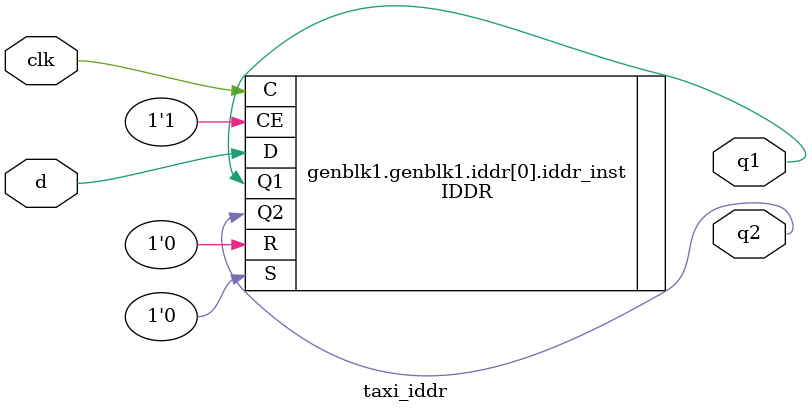
<source format=sv>
/*

Copyright (c) 2016-2025 FPGA Ninja, LLC

Authors:
- Alex Forencich

*/

`resetall
`timescale 1ns / 1ps
`default_nettype none

/*
 * Generic IDDR module
 */
module taxi_iddr #
(
    // simulation (set to avoid vendor primitives)
    parameter logic SIM = 1'b0,
    // vendor ("GENERIC", "XILINX", "ALTERA")
    parameter VENDOR = "XILINX",
    // device family
    parameter FAMILY = "virtex7",
    // Width of register in bits
    parameter WIDTH = 1
)
(
    input  wire logic              clk,

    input  wire logic [WIDTH-1:0]  d,

    output wire logic [WIDTH-1:0]  q1,
    output wire logic [WIDTH-1:0]  q2
);

/*

Provides a consistent input DDR flip flop across multiple FPGA families
              _____       _____       _____       _____       ____
    clk  ____/     \_____/     \_____/     \_____/     \_____/
         _ _____ _____ _____ _____ _____ _____ _____ _____ _____ _
    d    _X_D0__X_D1__X_D2__X_D3__X_D4__X_D5__X_D6__X_D7__X_D8__X_
         _______ ___________ ___________ ___________ ___________ _
    q1   _______X___________X____D0_____X____D2_____X____D4_____X_
         _______ ___________ ___________ ___________ ___________ _
    q2   _______X___________X____D1_____X____D3_____X____D5_____X_

*/

if (!SIM && VENDOR == "XILINX") begin
    // Xilinx/AMD device support

    if (FAMILY == "spartan6") begin
        // spartan6 uses IODDR2

        for (genvar n = 0; n < WIDTH; n = n + 1) begin : iddr
            wire q1_int;
            logic q1_delay = 1'b0;

            IDDR2 #(
                .DDR_ALIGNMENT("C0")
            )
            iddr_inst (
                .Q0(q1_int),
                .Q1(q2[n]),
                .C0(clk),
                .C1(~clk),
                .CE(1'b1),
                .D(d[n]),
                .R(1'b0),
                .S(1'b0)
            );

            always_ff @(posedge clk) begin
                q1_delay <= q1_int;
            end

            assign q1[n] = q1_delay;
        end
    end else begin
        // virtex4, virtex5, virtex6, virtex7, kintex7, artix7, virtexu, kintexu, virtexuplus, kintexuplus

        for (genvar n = 0; n < WIDTH; n = n + 1) begin : iddr
            IDDR #(
                .DDR_CLK_EDGE("SAME_EDGE_PIPELINED"),
                .SRTYPE("ASYNC")
            )
            iddr_inst (
                .Q1(q1[n]),
                .Q2(q2[n]),
                .C(clk),
                .CE(1'b1),
                .D(d[n]),
                .R(1'b0),
                .S(1'b0)
            );
        end
    end

end else if (!SIM && VENDOR == "ALTERA") begin
    // Altera/Intel/Altera device support

    wire [WIDTH-1:0] q1_int;
    logic [WIDTH-1:0] q1_delay = '0;

    altddio_in #(
        .WIDTH(WIDTH),
        .POWER_UP_HIGH("OFF")
    )
    altddio_in_inst (
        .aset(1'b0),
        .datain(d),
        .inclocken(1'b1),
        .inclock(clk),
        .aclr(1'b0),
        .dataout_h(q1_int),
        .dataout_l(q2)
    );

    always_ff @(posedge clk) begin
        q1_delay <= q1_int;
    end

    assign q1 = q1_delay;

end else begin
    // generic/simulation implementation (no vendor primitives)

    logic [WIDTH-1:0] d_reg_1 = '0;
    logic [WIDTH-1:0] d_reg_2 = '0;

    logic [WIDTH-1:0] q_reg_1 = '0;
    logic [WIDTH-1:0] q_reg_2 = '0;

    always_ff @(posedge clk) begin
        d_reg_1 <= d;
    end

    always_ff @(negedge clk) begin
        d_reg_2 <= d;
    end

    always_ff @(posedge clk) begin
        q_reg_1 <= d_reg_1;
        q_reg_2 <= d_reg_2;
    end

    assign q1 = q_reg_1;
    assign q2 = q_reg_2;

end

endmodule

`resetall

</source>
